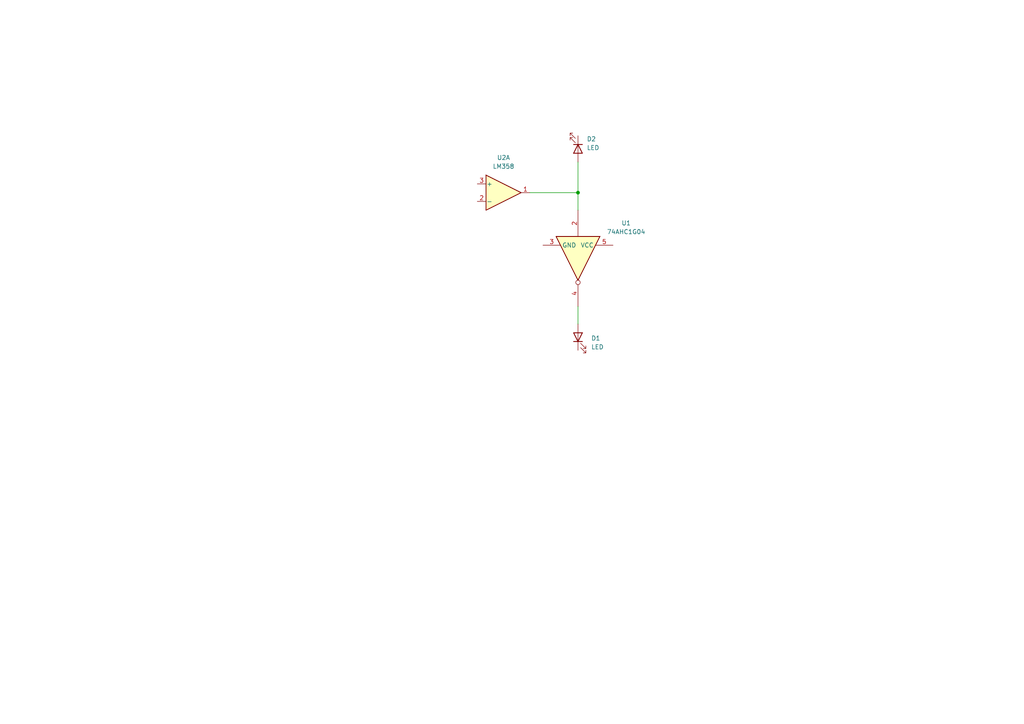
<source format=kicad_sch>
(kicad_sch (version 20250114) (generator "eeschema") (generator_version "9.0")
  (paper "A4")
  (lib_symbols
    (symbol "74xGxx:74AHC1G04"
      (property "Reference" "U" (at -2.54 3.81 0))
      (property "Value" "74AHC1G04" (at 0 -3.81 0))
      (symbol "74AHC1G04_0_1"
        (polyline (pts (xy -7.62 6.35) (xy -7.62 -6.35) (xy 5.08 0) (xy -7.62 6.35)) (stroke (width 0.254)) (fill (type background)))
      )
      (symbol "74AHC1G04_1_1"
        (pin input line (at -15.24 0 0) (length 7.62) (name "~") (number "2"))
        (pin no_connect line (at -7.62 2.54 0) (length 2.54) (hide yes) (name "NC") (number "1"))
        (pin power_in line (at -5.08 10.16 270) (length 5.08) (name "VCC") (number "5"))
        (pin power_in line (at -5.08 -10.16 90) (length 5.08) (name "GND") (number "3"))
        (pin output inverted (at 12.7 0 180) (length 7.62) (name "~") (number "4"))
      )
    )
    (symbol "Amplifier_Operational:LM358" (pin_names (offset 0.127))
      (property "Reference" "U" (at 0 5.08 0))
      (property "Value" "LM358" (at 0 -5.08 0))
      (symbol "LM358_1_1"
        (polyline (pts (xy -5.08 5.08) (xy 5.08 0) (xy -5.08 -5.08) (xy -5.08 5.08)) (stroke (width 0.254)) (fill (type background)))
        (pin input line (at -7.62 2.54 0) (length 2.54) (name "+") (number "3"))
        (pin input line (at -7.62 -2.54 0) (length 2.54) (name "-") (number "2"))
        (pin output line (at 7.62 0 180) (length 2.54) (name "~") (number "1"))
      )
      (symbol "LM358_2_1"
        (polyline (pts (xy -5.08 5.08) (xy 5.08 0) (xy -5.08 -5.08) (xy -5.08 5.08)) (stroke (width 0.254)) (fill (type background)))
        (pin input line (at -7.62 2.54 0) (length 2.54) (name "+") (number "5"))
        (pin input line (at -7.62 -2.54 0) (length 2.54) (name "-") (number "6"))
        (pin output line (at 7.62 0 180) (length 2.54) (name "~") (number "7"))
      )
      (symbol "LM358_3_1"
        (pin power_in line (at -2.54 7.62 270) (length 3.81) (name "V+") (number "8"))
        (pin power_in line (at -2.54 -7.62 90) (length 3.81) (name "V-") (number "4"))
      )
    )
    (symbol "Device:LED" (pin_numbers (hide yes)) (pin_names (offset 1.016) (hide yes))
      (property "Reference" "D" (at 0 2.54 0))
      (property "Value" "LED" (at 0 -2.54 0))
      (symbol "LED_0_1"
        (polyline (pts (xy -3.048 -0.762) (xy -4.572 -2.286) (xy -3.81 -2.286) (xy -4.572 -2.286) (xy -4.572 -1.524)))
        (polyline (pts (xy -1.778 -0.762) (xy -3.302 -2.286) (xy -2.54 -2.286) (xy -3.302 -2.286) (xy -3.302 -1.524)))
        (polyline (pts (xy -1.27 0) (xy 1.27 0)))
        (polyline (pts (xy -1.27 -1.27) (xy -1.27 1.27)) (stroke (width 0.254)))
        (polyline (pts (xy 1.27 -1.27) (xy 1.27 1.27) (xy -1.27 0) (xy 1.27 -1.27)) (stroke (width 0.254)))
      )
      (symbol "LED_1_1"
        (pin passive line (at -3.81 0 0) (length 2.54) (name "K") (number "1"))
        (pin passive line (at 3.81 0 180) (length 2.54) (name "A") (number "2"))
      )
    )
  )
  (junction (at 167.64 55.88))
  (wire (pts (xy 167.64 88.9) (xy 167.64 93.98)))
  (wire (pts (xy 153.67 55.88) (xy 167.64 55.88)))
  (wire (pts (xy 167.64 46.99) (xy 167.64 55.88)))
  (wire (pts (xy 167.64 55.88) (xy 167.64 60.96)))
  (symbol (lib_id "Device:LED") (at 167.64 43.18 270) (unit 1)
    (property "Reference" "D2" (at 170.18 40.3224 90) (effects (justify left)))
    (property "Value" "LED" (at 170.18 42.8624 90) (effects (justify left)))
    (property "Description" "Light emitting diode" (effects (hide yes)))
    (property "Sim.Pins" "1=K 2=A" (effects (hide yes)))
  )
  (symbol (lib_id "Device:LED") (at 167.64 97.79 90) (unit 1)
    (property "Reference" "D1" (at 171.45 98.1074 90) (effects (justify right)))
    (property "Value" "LED" (at 171.45 100.6474 90) (effects (justify right)))
    (property "Description" "Light emitting diode" (effects (hide yes)))
    (property "Sim.Pins" "1=K 2=A" (effects (hide yes)))
  )
  (symbol (lib_id "74xGxx:74AHC1G04") (at 167.64 76.2 270) (unit 1)
    (property "Reference" "U1" (at 181.61 64.6998 90))
    (property "Value" "74AHC1G04" (at 181.61 67.2398 90))
    (property "Datasheet" "http://www.ti.com/lit/sg/scyt129e/scyt129e.pdf" (effects (hide yes)))
    (property "Description" "Single NOT Gate, Low-Voltage CMOS" (effects (hide yes)))
  )
  (symbol (lib_id "Amplifier_Operational:LM358") (at 146.05 55.88 0) (unit 1)
    (property "Reference" "U2" (at 146.05 45.72 0))
    (property "Value" "LM358" (at 146.05 48.26 0))
    (property "Datasheet" "http://www.ti.com/lit/ds/symlink/lm2904-n.pdf" (effects (hide yes)))
    (property "Description" "Low-Power, Dual Operational Amplifiers, DIP-8/SOIC-8/TO-99-8" (effects (hide yes)))
  )
)
</source>
